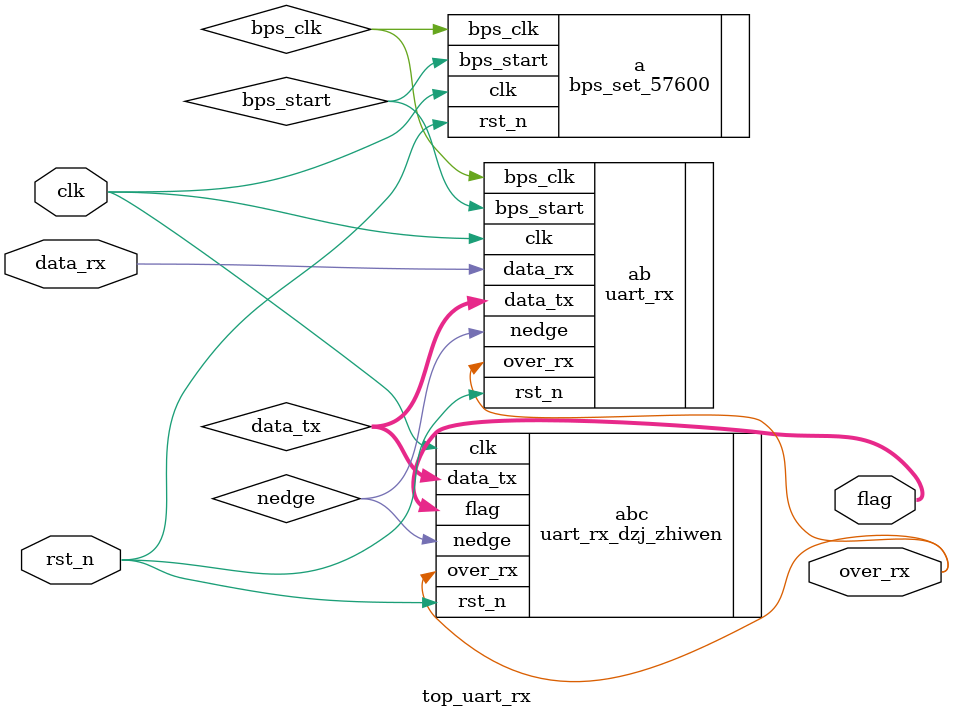
<source format=v>
module top_uart_rx(
	input clk,
	input rst_n,
	input data_rx,
	//input over_all,
	output [1:0]flag,
	output over_rx 
    );
	wire [7:0]data_tx;
	bps_set_57600 a (
    .clk(clk), 
    .rst_n(rst_n), 
    .bps_start(bps_start), 
    .bps_clk(bps_clk)
    );
    uart_rx ab (
	.nedge(nedge),
    .clk(clk), 
    .rst_n(rst_n), 
    .bps_clk(bps_clk), 
    .data_rx(data_rx), 
    .data_tx(data_tx), 
    .over_rx(over_rx), 
    .bps_start(bps_start)
    );
	uart_rx_dzj_zhiwen abc (
    .clk(clk), 
	//.over_all(over_all),
    .rst_n(rst_n), 
    .data_tx(data_tx), 
    .nedge(nedge), 
	.over_rx(over_rx),
    .flag(flag)
    );
endmodule

</source>
